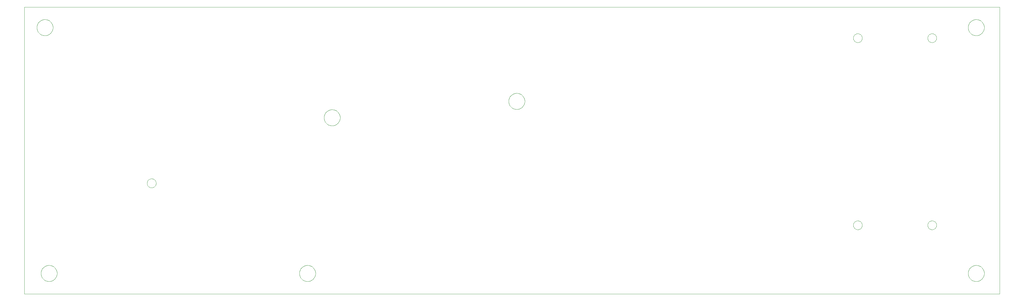
<source format=gko>
G75*
G70*
%OFA0B0*%
%FSLAX24Y24*%
%IPPOS*%
%LPD*%
%AMOC8*
5,1,8,0,0,1.08239X$1,22.5*
%
%ADD10C,0.0000*%
D10*
X000100Y000100D02*
X000100Y035096D01*
X118970Y035096D01*
X118970Y000100D01*
X000100Y000100D01*
X002116Y002600D02*
X002118Y002662D01*
X002124Y002725D01*
X002134Y002786D01*
X002148Y002847D01*
X002165Y002907D01*
X002186Y002966D01*
X002212Y003023D01*
X002240Y003078D01*
X002272Y003132D01*
X002308Y003183D01*
X002346Y003233D01*
X002388Y003279D01*
X002432Y003323D01*
X002480Y003364D01*
X002529Y003402D01*
X002581Y003436D01*
X002635Y003467D01*
X002691Y003495D01*
X002749Y003519D01*
X002808Y003540D01*
X002868Y003556D01*
X002929Y003569D01*
X002991Y003578D01*
X003053Y003583D01*
X003116Y003584D01*
X003178Y003581D01*
X003240Y003574D01*
X003302Y003563D01*
X003362Y003548D01*
X003422Y003530D01*
X003480Y003508D01*
X003537Y003482D01*
X003592Y003452D01*
X003645Y003419D01*
X003696Y003383D01*
X003744Y003344D01*
X003790Y003301D01*
X003833Y003256D01*
X003873Y003208D01*
X003910Y003158D01*
X003944Y003105D01*
X003975Y003051D01*
X004001Y002995D01*
X004025Y002937D01*
X004044Y002877D01*
X004060Y002817D01*
X004072Y002755D01*
X004080Y002694D01*
X004084Y002631D01*
X004084Y002569D01*
X004080Y002506D01*
X004072Y002445D01*
X004060Y002383D01*
X004044Y002323D01*
X004025Y002263D01*
X004001Y002205D01*
X003975Y002149D01*
X003944Y002095D01*
X003910Y002042D01*
X003873Y001992D01*
X003833Y001944D01*
X003790Y001899D01*
X003744Y001856D01*
X003696Y001817D01*
X003645Y001781D01*
X003592Y001748D01*
X003537Y001718D01*
X003480Y001692D01*
X003422Y001670D01*
X003362Y001652D01*
X003302Y001637D01*
X003240Y001626D01*
X003178Y001619D01*
X003116Y001616D01*
X003053Y001617D01*
X002991Y001622D01*
X002929Y001631D01*
X002868Y001644D01*
X002808Y001660D01*
X002749Y001681D01*
X002691Y001705D01*
X002635Y001733D01*
X002581Y001764D01*
X002529Y001798D01*
X002480Y001836D01*
X002432Y001877D01*
X002388Y001921D01*
X002346Y001967D01*
X002308Y002017D01*
X002272Y002068D01*
X002240Y002122D01*
X002212Y002177D01*
X002186Y002234D01*
X002165Y002293D01*
X002148Y002353D01*
X002134Y002414D01*
X002124Y002475D01*
X002118Y002538D01*
X002116Y002600D01*
X033616Y002600D02*
X033618Y002662D01*
X033624Y002725D01*
X033634Y002786D01*
X033648Y002847D01*
X033665Y002907D01*
X033686Y002966D01*
X033712Y003023D01*
X033740Y003078D01*
X033772Y003132D01*
X033808Y003183D01*
X033846Y003233D01*
X033888Y003279D01*
X033932Y003323D01*
X033980Y003364D01*
X034029Y003402D01*
X034081Y003436D01*
X034135Y003467D01*
X034191Y003495D01*
X034249Y003519D01*
X034308Y003540D01*
X034368Y003556D01*
X034429Y003569D01*
X034491Y003578D01*
X034553Y003583D01*
X034616Y003584D01*
X034678Y003581D01*
X034740Y003574D01*
X034802Y003563D01*
X034862Y003548D01*
X034922Y003530D01*
X034980Y003508D01*
X035037Y003482D01*
X035092Y003452D01*
X035145Y003419D01*
X035196Y003383D01*
X035244Y003344D01*
X035290Y003301D01*
X035333Y003256D01*
X035373Y003208D01*
X035410Y003158D01*
X035444Y003105D01*
X035475Y003051D01*
X035501Y002995D01*
X035525Y002937D01*
X035544Y002877D01*
X035560Y002817D01*
X035572Y002755D01*
X035580Y002694D01*
X035584Y002631D01*
X035584Y002569D01*
X035580Y002506D01*
X035572Y002445D01*
X035560Y002383D01*
X035544Y002323D01*
X035525Y002263D01*
X035501Y002205D01*
X035475Y002149D01*
X035444Y002095D01*
X035410Y002042D01*
X035373Y001992D01*
X035333Y001944D01*
X035290Y001899D01*
X035244Y001856D01*
X035196Y001817D01*
X035145Y001781D01*
X035092Y001748D01*
X035037Y001718D01*
X034980Y001692D01*
X034922Y001670D01*
X034862Y001652D01*
X034802Y001637D01*
X034740Y001626D01*
X034678Y001619D01*
X034616Y001616D01*
X034553Y001617D01*
X034491Y001622D01*
X034429Y001631D01*
X034368Y001644D01*
X034308Y001660D01*
X034249Y001681D01*
X034191Y001705D01*
X034135Y001733D01*
X034081Y001764D01*
X034029Y001798D01*
X033980Y001836D01*
X033932Y001877D01*
X033888Y001921D01*
X033846Y001967D01*
X033808Y002017D01*
X033772Y002068D01*
X033740Y002122D01*
X033712Y002177D01*
X033686Y002234D01*
X033665Y002293D01*
X033648Y002353D01*
X033634Y002414D01*
X033624Y002475D01*
X033618Y002538D01*
X033616Y002600D01*
X015050Y013600D02*
X015052Y013647D01*
X015058Y013693D01*
X015068Y013739D01*
X015081Y013783D01*
X015099Y013827D01*
X015120Y013868D01*
X015144Y013908D01*
X015172Y013946D01*
X015203Y013981D01*
X015237Y014013D01*
X015273Y014042D01*
X015312Y014068D01*
X015352Y014091D01*
X015395Y014110D01*
X015439Y014126D01*
X015484Y014138D01*
X015530Y014146D01*
X015577Y014150D01*
X015623Y014150D01*
X015670Y014146D01*
X015716Y014138D01*
X015761Y014126D01*
X015805Y014110D01*
X015848Y014091D01*
X015888Y014068D01*
X015927Y014042D01*
X015963Y014013D01*
X015997Y013981D01*
X016028Y013946D01*
X016056Y013908D01*
X016080Y013868D01*
X016101Y013827D01*
X016119Y013783D01*
X016132Y013739D01*
X016142Y013693D01*
X016148Y013647D01*
X016150Y013600D01*
X016148Y013553D01*
X016142Y013507D01*
X016132Y013461D01*
X016119Y013417D01*
X016101Y013373D01*
X016080Y013332D01*
X016056Y013292D01*
X016028Y013254D01*
X015997Y013219D01*
X015963Y013187D01*
X015927Y013158D01*
X015888Y013132D01*
X015848Y013109D01*
X015805Y013090D01*
X015761Y013074D01*
X015716Y013062D01*
X015670Y013054D01*
X015623Y013050D01*
X015577Y013050D01*
X015530Y013054D01*
X015484Y013062D01*
X015439Y013074D01*
X015395Y013090D01*
X015352Y013109D01*
X015312Y013132D01*
X015273Y013158D01*
X015237Y013187D01*
X015203Y013219D01*
X015172Y013254D01*
X015144Y013292D01*
X015120Y013332D01*
X015099Y013373D01*
X015081Y013417D01*
X015068Y013461D01*
X015058Y013507D01*
X015052Y013553D01*
X015050Y013600D01*
X036616Y021600D02*
X036618Y021662D01*
X036624Y021725D01*
X036634Y021786D01*
X036648Y021847D01*
X036665Y021907D01*
X036686Y021966D01*
X036712Y022023D01*
X036740Y022078D01*
X036772Y022132D01*
X036808Y022183D01*
X036846Y022233D01*
X036888Y022279D01*
X036932Y022323D01*
X036980Y022364D01*
X037029Y022402D01*
X037081Y022436D01*
X037135Y022467D01*
X037191Y022495D01*
X037249Y022519D01*
X037308Y022540D01*
X037368Y022556D01*
X037429Y022569D01*
X037491Y022578D01*
X037553Y022583D01*
X037616Y022584D01*
X037678Y022581D01*
X037740Y022574D01*
X037802Y022563D01*
X037862Y022548D01*
X037922Y022530D01*
X037980Y022508D01*
X038037Y022482D01*
X038092Y022452D01*
X038145Y022419D01*
X038196Y022383D01*
X038244Y022344D01*
X038290Y022301D01*
X038333Y022256D01*
X038373Y022208D01*
X038410Y022158D01*
X038444Y022105D01*
X038475Y022051D01*
X038501Y021995D01*
X038525Y021937D01*
X038544Y021877D01*
X038560Y021817D01*
X038572Y021755D01*
X038580Y021694D01*
X038584Y021631D01*
X038584Y021569D01*
X038580Y021506D01*
X038572Y021445D01*
X038560Y021383D01*
X038544Y021323D01*
X038525Y021263D01*
X038501Y021205D01*
X038475Y021149D01*
X038444Y021095D01*
X038410Y021042D01*
X038373Y020992D01*
X038333Y020944D01*
X038290Y020899D01*
X038244Y020856D01*
X038196Y020817D01*
X038145Y020781D01*
X038092Y020748D01*
X038037Y020718D01*
X037980Y020692D01*
X037922Y020670D01*
X037862Y020652D01*
X037802Y020637D01*
X037740Y020626D01*
X037678Y020619D01*
X037616Y020616D01*
X037553Y020617D01*
X037491Y020622D01*
X037429Y020631D01*
X037368Y020644D01*
X037308Y020660D01*
X037249Y020681D01*
X037191Y020705D01*
X037135Y020733D01*
X037081Y020764D01*
X037029Y020798D01*
X036980Y020836D01*
X036932Y020877D01*
X036888Y020921D01*
X036846Y020967D01*
X036808Y021017D01*
X036772Y021068D01*
X036740Y021122D01*
X036712Y021177D01*
X036686Y021234D01*
X036665Y021293D01*
X036648Y021353D01*
X036634Y021414D01*
X036624Y021475D01*
X036618Y021538D01*
X036616Y021600D01*
X059116Y023600D02*
X059118Y023662D01*
X059124Y023725D01*
X059134Y023786D01*
X059148Y023847D01*
X059165Y023907D01*
X059186Y023966D01*
X059212Y024023D01*
X059240Y024078D01*
X059272Y024132D01*
X059308Y024183D01*
X059346Y024233D01*
X059388Y024279D01*
X059432Y024323D01*
X059480Y024364D01*
X059529Y024402D01*
X059581Y024436D01*
X059635Y024467D01*
X059691Y024495D01*
X059749Y024519D01*
X059808Y024540D01*
X059868Y024556D01*
X059929Y024569D01*
X059991Y024578D01*
X060053Y024583D01*
X060116Y024584D01*
X060178Y024581D01*
X060240Y024574D01*
X060302Y024563D01*
X060362Y024548D01*
X060422Y024530D01*
X060480Y024508D01*
X060537Y024482D01*
X060592Y024452D01*
X060645Y024419D01*
X060696Y024383D01*
X060744Y024344D01*
X060790Y024301D01*
X060833Y024256D01*
X060873Y024208D01*
X060910Y024158D01*
X060944Y024105D01*
X060975Y024051D01*
X061001Y023995D01*
X061025Y023937D01*
X061044Y023877D01*
X061060Y023817D01*
X061072Y023755D01*
X061080Y023694D01*
X061084Y023631D01*
X061084Y023569D01*
X061080Y023506D01*
X061072Y023445D01*
X061060Y023383D01*
X061044Y023323D01*
X061025Y023263D01*
X061001Y023205D01*
X060975Y023149D01*
X060944Y023095D01*
X060910Y023042D01*
X060873Y022992D01*
X060833Y022944D01*
X060790Y022899D01*
X060744Y022856D01*
X060696Y022817D01*
X060645Y022781D01*
X060592Y022748D01*
X060537Y022718D01*
X060480Y022692D01*
X060422Y022670D01*
X060362Y022652D01*
X060302Y022637D01*
X060240Y022626D01*
X060178Y022619D01*
X060116Y022616D01*
X060053Y022617D01*
X059991Y022622D01*
X059929Y022631D01*
X059868Y022644D01*
X059808Y022660D01*
X059749Y022681D01*
X059691Y022705D01*
X059635Y022733D01*
X059581Y022764D01*
X059529Y022798D01*
X059480Y022836D01*
X059432Y022877D01*
X059388Y022921D01*
X059346Y022967D01*
X059308Y023017D01*
X059272Y023068D01*
X059240Y023122D01*
X059212Y023177D01*
X059186Y023234D01*
X059165Y023293D01*
X059148Y023353D01*
X059134Y023414D01*
X059124Y023475D01*
X059118Y023538D01*
X059116Y023600D01*
X101126Y031313D02*
X101128Y031359D01*
X101134Y031404D01*
X101143Y031449D01*
X101157Y031493D01*
X101174Y031536D01*
X101195Y031577D01*
X101219Y031616D01*
X101246Y031653D01*
X101276Y031687D01*
X101310Y031719D01*
X101345Y031748D01*
X101383Y031774D01*
X101423Y031796D01*
X101465Y031815D01*
X101509Y031830D01*
X101553Y031842D01*
X101598Y031850D01*
X101644Y031854D01*
X101690Y031854D01*
X101736Y031850D01*
X101781Y031842D01*
X101825Y031830D01*
X101869Y031815D01*
X101911Y031796D01*
X101951Y031774D01*
X101989Y031748D01*
X102024Y031719D01*
X102058Y031687D01*
X102088Y031653D01*
X102115Y031616D01*
X102139Y031577D01*
X102160Y031536D01*
X102177Y031493D01*
X102191Y031449D01*
X102200Y031404D01*
X102206Y031359D01*
X102208Y031313D01*
X102206Y031267D01*
X102200Y031222D01*
X102191Y031177D01*
X102177Y031133D01*
X102160Y031090D01*
X102139Y031049D01*
X102115Y031010D01*
X102088Y030973D01*
X102058Y030939D01*
X102024Y030907D01*
X101989Y030878D01*
X101951Y030852D01*
X101911Y030830D01*
X101869Y030811D01*
X101825Y030796D01*
X101781Y030784D01*
X101736Y030776D01*
X101690Y030772D01*
X101644Y030772D01*
X101598Y030776D01*
X101553Y030784D01*
X101509Y030796D01*
X101465Y030811D01*
X101423Y030830D01*
X101383Y030852D01*
X101345Y030878D01*
X101310Y030907D01*
X101276Y030939D01*
X101246Y030973D01*
X101219Y031010D01*
X101195Y031049D01*
X101174Y031090D01*
X101157Y031133D01*
X101143Y031177D01*
X101134Y031222D01*
X101128Y031267D01*
X101126Y031313D01*
X110181Y031313D02*
X110183Y031359D01*
X110189Y031404D01*
X110198Y031449D01*
X110212Y031493D01*
X110229Y031536D01*
X110250Y031577D01*
X110274Y031616D01*
X110301Y031653D01*
X110331Y031687D01*
X110365Y031719D01*
X110400Y031748D01*
X110438Y031774D01*
X110478Y031796D01*
X110520Y031815D01*
X110564Y031830D01*
X110608Y031842D01*
X110653Y031850D01*
X110699Y031854D01*
X110745Y031854D01*
X110791Y031850D01*
X110836Y031842D01*
X110880Y031830D01*
X110924Y031815D01*
X110966Y031796D01*
X111006Y031774D01*
X111044Y031748D01*
X111079Y031719D01*
X111113Y031687D01*
X111143Y031653D01*
X111170Y031616D01*
X111194Y031577D01*
X111215Y031536D01*
X111232Y031493D01*
X111246Y031449D01*
X111255Y031404D01*
X111261Y031359D01*
X111263Y031313D01*
X111261Y031267D01*
X111255Y031222D01*
X111246Y031177D01*
X111232Y031133D01*
X111215Y031090D01*
X111194Y031049D01*
X111170Y031010D01*
X111143Y030973D01*
X111113Y030939D01*
X111079Y030907D01*
X111044Y030878D01*
X111006Y030852D01*
X110966Y030830D01*
X110924Y030811D01*
X110880Y030796D01*
X110836Y030784D01*
X110791Y030776D01*
X110745Y030772D01*
X110699Y030772D01*
X110653Y030776D01*
X110608Y030784D01*
X110564Y030796D01*
X110520Y030811D01*
X110478Y030830D01*
X110438Y030852D01*
X110400Y030878D01*
X110365Y030907D01*
X110331Y030939D01*
X110301Y030973D01*
X110274Y031010D01*
X110250Y031049D01*
X110229Y031090D01*
X110212Y031133D01*
X110198Y031177D01*
X110189Y031222D01*
X110183Y031267D01*
X110181Y031313D01*
X115116Y032600D02*
X115118Y032662D01*
X115124Y032725D01*
X115134Y032786D01*
X115148Y032847D01*
X115165Y032907D01*
X115186Y032966D01*
X115212Y033023D01*
X115240Y033078D01*
X115272Y033132D01*
X115308Y033183D01*
X115346Y033233D01*
X115388Y033279D01*
X115432Y033323D01*
X115480Y033364D01*
X115529Y033402D01*
X115581Y033436D01*
X115635Y033467D01*
X115691Y033495D01*
X115749Y033519D01*
X115808Y033540D01*
X115868Y033556D01*
X115929Y033569D01*
X115991Y033578D01*
X116053Y033583D01*
X116116Y033584D01*
X116178Y033581D01*
X116240Y033574D01*
X116302Y033563D01*
X116362Y033548D01*
X116422Y033530D01*
X116480Y033508D01*
X116537Y033482D01*
X116592Y033452D01*
X116645Y033419D01*
X116696Y033383D01*
X116744Y033344D01*
X116790Y033301D01*
X116833Y033256D01*
X116873Y033208D01*
X116910Y033158D01*
X116944Y033105D01*
X116975Y033051D01*
X117001Y032995D01*
X117025Y032937D01*
X117044Y032877D01*
X117060Y032817D01*
X117072Y032755D01*
X117080Y032694D01*
X117084Y032631D01*
X117084Y032569D01*
X117080Y032506D01*
X117072Y032445D01*
X117060Y032383D01*
X117044Y032323D01*
X117025Y032263D01*
X117001Y032205D01*
X116975Y032149D01*
X116944Y032095D01*
X116910Y032042D01*
X116873Y031992D01*
X116833Y031944D01*
X116790Y031899D01*
X116744Y031856D01*
X116696Y031817D01*
X116645Y031781D01*
X116592Y031748D01*
X116537Y031718D01*
X116480Y031692D01*
X116422Y031670D01*
X116362Y031652D01*
X116302Y031637D01*
X116240Y031626D01*
X116178Y031619D01*
X116116Y031616D01*
X116053Y031617D01*
X115991Y031622D01*
X115929Y031631D01*
X115868Y031644D01*
X115808Y031660D01*
X115749Y031681D01*
X115691Y031705D01*
X115635Y031733D01*
X115581Y031764D01*
X115529Y031798D01*
X115480Y031836D01*
X115432Y031877D01*
X115388Y031921D01*
X115346Y031967D01*
X115308Y032017D01*
X115272Y032068D01*
X115240Y032122D01*
X115212Y032177D01*
X115186Y032234D01*
X115165Y032293D01*
X115148Y032353D01*
X115134Y032414D01*
X115124Y032475D01*
X115118Y032538D01*
X115116Y032600D01*
X110181Y008478D02*
X110183Y008524D01*
X110189Y008569D01*
X110198Y008614D01*
X110212Y008658D01*
X110229Y008701D01*
X110250Y008742D01*
X110274Y008781D01*
X110301Y008818D01*
X110331Y008852D01*
X110365Y008884D01*
X110400Y008913D01*
X110438Y008939D01*
X110478Y008961D01*
X110520Y008980D01*
X110564Y008995D01*
X110608Y009007D01*
X110653Y009015D01*
X110699Y009019D01*
X110745Y009019D01*
X110791Y009015D01*
X110836Y009007D01*
X110880Y008995D01*
X110924Y008980D01*
X110966Y008961D01*
X111006Y008939D01*
X111044Y008913D01*
X111079Y008884D01*
X111113Y008852D01*
X111143Y008818D01*
X111170Y008781D01*
X111194Y008742D01*
X111215Y008701D01*
X111232Y008658D01*
X111246Y008614D01*
X111255Y008569D01*
X111261Y008524D01*
X111263Y008478D01*
X111261Y008432D01*
X111255Y008387D01*
X111246Y008342D01*
X111232Y008298D01*
X111215Y008255D01*
X111194Y008214D01*
X111170Y008175D01*
X111143Y008138D01*
X111113Y008104D01*
X111079Y008072D01*
X111044Y008043D01*
X111006Y008017D01*
X110966Y007995D01*
X110924Y007976D01*
X110880Y007961D01*
X110836Y007949D01*
X110791Y007941D01*
X110745Y007937D01*
X110699Y007937D01*
X110653Y007941D01*
X110608Y007949D01*
X110564Y007961D01*
X110520Y007976D01*
X110478Y007995D01*
X110438Y008017D01*
X110400Y008043D01*
X110365Y008072D01*
X110331Y008104D01*
X110301Y008138D01*
X110274Y008175D01*
X110250Y008214D01*
X110229Y008255D01*
X110212Y008298D01*
X110198Y008342D01*
X110189Y008387D01*
X110183Y008432D01*
X110181Y008478D01*
X101126Y008478D02*
X101128Y008524D01*
X101134Y008569D01*
X101143Y008614D01*
X101157Y008658D01*
X101174Y008701D01*
X101195Y008742D01*
X101219Y008781D01*
X101246Y008818D01*
X101276Y008852D01*
X101310Y008884D01*
X101345Y008913D01*
X101383Y008939D01*
X101423Y008961D01*
X101465Y008980D01*
X101509Y008995D01*
X101553Y009007D01*
X101598Y009015D01*
X101644Y009019D01*
X101690Y009019D01*
X101736Y009015D01*
X101781Y009007D01*
X101825Y008995D01*
X101869Y008980D01*
X101911Y008961D01*
X101951Y008939D01*
X101989Y008913D01*
X102024Y008884D01*
X102058Y008852D01*
X102088Y008818D01*
X102115Y008781D01*
X102139Y008742D01*
X102160Y008701D01*
X102177Y008658D01*
X102191Y008614D01*
X102200Y008569D01*
X102206Y008524D01*
X102208Y008478D01*
X102206Y008432D01*
X102200Y008387D01*
X102191Y008342D01*
X102177Y008298D01*
X102160Y008255D01*
X102139Y008214D01*
X102115Y008175D01*
X102088Y008138D01*
X102058Y008104D01*
X102024Y008072D01*
X101989Y008043D01*
X101951Y008017D01*
X101911Y007995D01*
X101869Y007976D01*
X101825Y007961D01*
X101781Y007949D01*
X101736Y007941D01*
X101690Y007937D01*
X101644Y007937D01*
X101598Y007941D01*
X101553Y007949D01*
X101509Y007961D01*
X101465Y007976D01*
X101423Y007995D01*
X101383Y008017D01*
X101345Y008043D01*
X101310Y008072D01*
X101276Y008104D01*
X101246Y008138D01*
X101219Y008175D01*
X101195Y008214D01*
X101174Y008255D01*
X101157Y008298D01*
X101143Y008342D01*
X101134Y008387D01*
X101128Y008432D01*
X101126Y008478D01*
X115116Y002600D02*
X115118Y002662D01*
X115124Y002725D01*
X115134Y002786D01*
X115148Y002847D01*
X115165Y002907D01*
X115186Y002966D01*
X115212Y003023D01*
X115240Y003078D01*
X115272Y003132D01*
X115308Y003183D01*
X115346Y003233D01*
X115388Y003279D01*
X115432Y003323D01*
X115480Y003364D01*
X115529Y003402D01*
X115581Y003436D01*
X115635Y003467D01*
X115691Y003495D01*
X115749Y003519D01*
X115808Y003540D01*
X115868Y003556D01*
X115929Y003569D01*
X115991Y003578D01*
X116053Y003583D01*
X116116Y003584D01*
X116178Y003581D01*
X116240Y003574D01*
X116302Y003563D01*
X116362Y003548D01*
X116422Y003530D01*
X116480Y003508D01*
X116537Y003482D01*
X116592Y003452D01*
X116645Y003419D01*
X116696Y003383D01*
X116744Y003344D01*
X116790Y003301D01*
X116833Y003256D01*
X116873Y003208D01*
X116910Y003158D01*
X116944Y003105D01*
X116975Y003051D01*
X117001Y002995D01*
X117025Y002937D01*
X117044Y002877D01*
X117060Y002817D01*
X117072Y002755D01*
X117080Y002694D01*
X117084Y002631D01*
X117084Y002569D01*
X117080Y002506D01*
X117072Y002445D01*
X117060Y002383D01*
X117044Y002323D01*
X117025Y002263D01*
X117001Y002205D01*
X116975Y002149D01*
X116944Y002095D01*
X116910Y002042D01*
X116873Y001992D01*
X116833Y001944D01*
X116790Y001899D01*
X116744Y001856D01*
X116696Y001817D01*
X116645Y001781D01*
X116592Y001748D01*
X116537Y001718D01*
X116480Y001692D01*
X116422Y001670D01*
X116362Y001652D01*
X116302Y001637D01*
X116240Y001626D01*
X116178Y001619D01*
X116116Y001616D01*
X116053Y001617D01*
X115991Y001622D01*
X115929Y001631D01*
X115868Y001644D01*
X115808Y001660D01*
X115749Y001681D01*
X115691Y001705D01*
X115635Y001733D01*
X115581Y001764D01*
X115529Y001798D01*
X115480Y001836D01*
X115432Y001877D01*
X115388Y001921D01*
X115346Y001967D01*
X115308Y002017D01*
X115272Y002068D01*
X115240Y002122D01*
X115212Y002177D01*
X115186Y002234D01*
X115165Y002293D01*
X115148Y002353D01*
X115134Y002414D01*
X115124Y002475D01*
X115118Y002538D01*
X115116Y002600D01*
X001616Y032600D02*
X001618Y032662D01*
X001624Y032725D01*
X001634Y032786D01*
X001648Y032847D01*
X001665Y032907D01*
X001686Y032966D01*
X001712Y033023D01*
X001740Y033078D01*
X001772Y033132D01*
X001808Y033183D01*
X001846Y033233D01*
X001888Y033279D01*
X001932Y033323D01*
X001980Y033364D01*
X002029Y033402D01*
X002081Y033436D01*
X002135Y033467D01*
X002191Y033495D01*
X002249Y033519D01*
X002308Y033540D01*
X002368Y033556D01*
X002429Y033569D01*
X002491Y033578D01*
X002553Y033583D01*
X002616Y033584D01*
X002678Y033581D01*
X002740Y033574D01*
X002802Y033563D01*
X002862Y033548D01*
X002922Y033530D01*
X002980Y033508D01*
X003037Y033482D01*
X003092Y033452D01*
X003145Y033419D01*
X003196Y033383D01*
X003244Y033344D01*
X003290Y033301D01*
X003333Y033256D01*
X003373Y033208D01*
X003410Y033158D01*
X003444Y033105D01*
X003475Y033051D01*
X003501Y032995D01*
X003525Y032937D01*
X003544Y032877D01*
X003560Y032817D01*
X003572Y032755D01*
X003580Y032694D01*
X003584Y032631D01*
X003584Y032569D01*
X003580Y032506D01*
X003572Y032445D01*
X003560Y032383D01*
X003544Y032323D01*
X003525Y032263D01*
X003501Y032205D01*
X003475Y032149D01*
X003444Y032095D01*
X003410Y032042D01*
X003373Y031992D01*
X003333Y031944D01*
X003290Y031899D01*
X003244Y031856D01*
X003196Y031817D01*
X003145Y031781D01*
X003092Y031748D01*
X003037Y031718D01*
X002980Y031692D01*
X002922Y031670D01*
X002862Y031652D01*
X002802Y031637D01*
X002740Y031626D01*
X002678Y031619D01*
X002616Y031616D01*
X002553Y031617D01*
X002491Y031622D01*
X002429Y031631D01*
X002368Y031644D01*
X002308Y031660D01*
X002249Y031681D01*
X002191Y031705D01*
X002135Y031733D01*
X002081Y031764D01*
X002029Y031798D01*
X001980Y031836D01*
X001932Y031877D01*
X001888Y031921D01*
X001846Y031967D01*
X001808Y032017D01*
X001772Y032068D01*
X001740Y032122D01*
X001712Y032177D01*
X001686Y032234D01*
X001665Y032293D01*
X001648Y032353D01*
X001634Y032414D01*
X001624Y032475D01*
X001618Y032538D01*
X001616Y032600D01*
M02*

</source>
